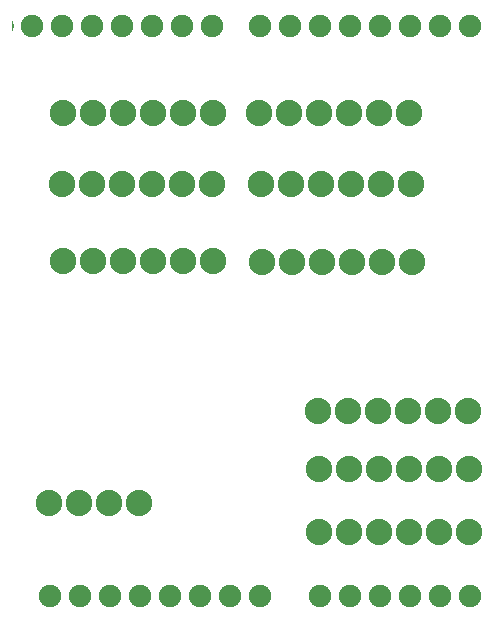
<source format=gbs>
G04 MADE WITH FRITZING*
G04 WWW.FRITZING.ORG*
G04 DOUBLE SIDED*
G04 HOLES PLATED*
G04 CONTOUR ON CENTER OF CONTOUR VECTOR*
%ASAXBY*%
%FSLAX23Y23*%
%MOIN*%
%OFA0B0*%
%SFA1.0B1.0*%
%ADD10C,0.075278*%
%ADD11C,0.088000*%
%ADD12R,0.001000X0.001000*%
%LNMASK0*%
G90*
G70*
G54D10*
X1128Y93D03*
X1228Y93D03*
X1328Y93D03*
X1428Y93D03*
X1528Y93D03*
X668Y1993D03*
X568Y1993D03*
X468Y1993D03*
X368Y1993D03*
X268Y1993D03*
X168Y1993D03*
X68Y1993D03*
X1528Y1993D03*
X1428Y1993D03*
X1328Y1993D03*
X1228Y1993D03*
X1128Y1993D03*
X1028Y1993D03*
X928Y1993D03*
X828Y1993D03*
X228Y93D03*
X128Y93D03*
X328Y93D03*
X428Y93D03*
X528Y93D03*
X628Y93D03*
X728Y93D03*
X828Y93D03*
X1028Y93D03*
G54D11*
X671Y1208D03*
X571Y1208D03*
X471Y1208D03*
X371Y1208D03*
X271Y1208D03*
X171Y1208D03*
X1334Y1205D03*
X1234Y1205D03*
X1134Y1205D03*
X1034Y1205D03*
X934Y1205D03*
X834Y1205D03*
X667Y1467D03*
X567Y1467D03*
X467Y1467D03*
X367Y1467D03*
X267Y1467D03*
X167Y1467D03*
X1332Y1467D03*
X1232Y1467D03*
X1132Y1467D03*
X1032Y1467D03*
X932Y1467D03*
X832Y1467D03*
X423Y401D03*
X323Y401D03*
X223Y401D03*
X123Y401D03*
X670Y1703D03*
X570Y1703D03*
X470Y1703D03*
X370Y1703D03*
X270Y1703D03*
X170Y1703D03*
X1326Y1703D03*
X1226Y1703D03*
X1126Y1703D03*
X1026Y1703D03*
X926Y1703D03*
X826Y1703D03*
X1520Y708D03*
X1420Y708D03*
X1320Y708D03*
X1220Y708D03*
X1120Y708D03*
X1020Y708D03*
X1523Y515D03*
X1423Y515D03*
X1323Y515D03*
X1223Y515D03*
X1123Y515D03*
X1023Y515D03*
X1526Y305D03*
X1426Y305D03*
X1326Y305D03*
X1226Y305D03*
X1126Y305D03*
X1026Y305D03*
G54D12*
X1Y2012D02*
X1Y2012D01*
X1Y2011D02*
X1Y2011D01*
X1Y2010D02*
X2Y2010D01*
X1Y2009D02*
X2Y2009D01*
X1Y2008D02*
X3Y2008D01*
X1Y2007D02*
X3Y2007D01*
X1Y2006D02*
X3Y2006D01*
X1Y2005D02*
X4Y2005D01*
X1Y2004D02*
X4Y2004D01*
X1Y2003D02*
X4Y2003D01*
X1Y2002D02*
X5Y2002D01*
X1Y2001D02*
X5Y2001D01*
X1Y2000D02*
X5Y2000D01*
X1Y1999D02*
X5Y1999D01*
X1Y1998D02*
X6Y1998D01*
X1Y1997D02*
X6Y1997D01*
X1Y1996D02*
X6Y1996D01*
X1Y1995D02*
X6Y1995D01*
X1Y1994D02*
X6Y1994D01*
X1Y1993D02*
X6Y1993D01*
X1Y1992D02*
X6Y1992D01*
X1Y1991D02*
X6Y1991D01*
X1Y1990D02*
X6Y1990D01*
X1Y1989D02*
X6Y1989D01*
X1Y1988D02*
X6Y1988D01*
X1Y1987D02*
X5Y1987D01*
X1Y1986D02*
X5Y1986D01*
X1Y1985D02*
X5Y1985D01*
X1Y1984D02*
X5Y1984D01*
X1Y1983D02*
X4Y1983D01*
X1Y1982D02*
X4Y1982D01*
X1Y1981D02*
X4Y1981D01*
X1Y1980D02*
X3Y1980D01*
X1Y1979D02*
X3Y1979D01*
X1Y1978D02*
X3Y1978D01*
X1Y1977D02*
X2Y1977D01*
X1Y1976D02*
X2Y1976D01*
X1Y1975D02*
X1Y1975D01*
X1Y1974D02*
X1Y1974D01*
D02*
G04 End of Mask0*
M02*
</source>
